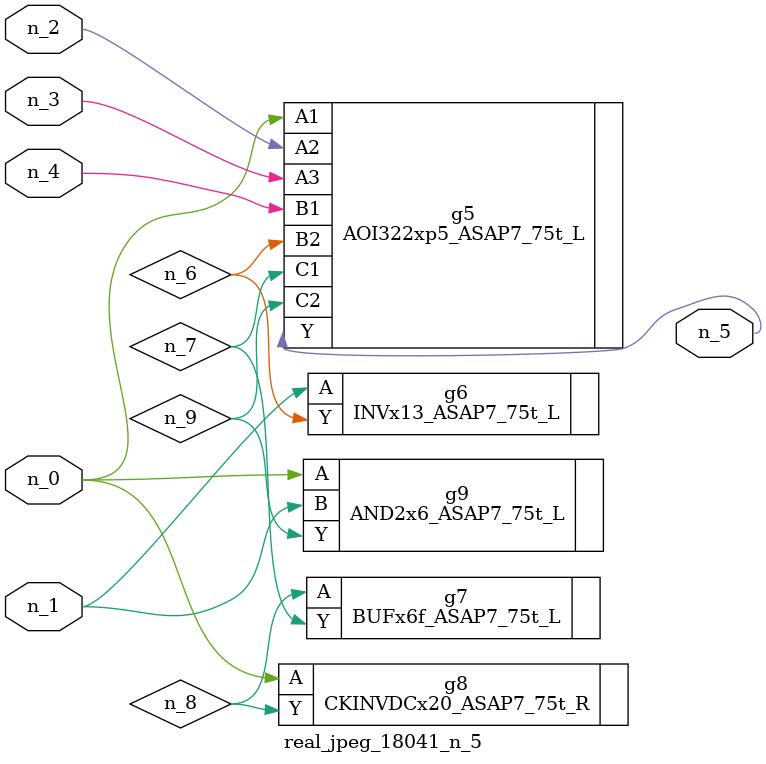
<source format=v>
module real_jpeg_18041_n_5 (n_4, n_0, n_1, n_2, n_3, n_5);

input n_4;
input n_0;
input n_1;
input n_2;
input n_3;

output n_5;

wire n_8;
wire n_6;
wire n_7;
wire n_9;

AOI322xp5_ASAP7_75t_L g5 ( 
.A1(n_0),
.A2(n_2),
.A3(n_3),
.B1(n_4),
.B2(n_6),
.C1(n_7),
.C2(n_9),
.Y(n_5)
);

CKINVDCx20_ASAP7_75t_R g8 ( 
.A(n_0),
.Y(n_8)
);

AND2x6_ASAP7_75t_L g9 ( 
.A(n_0),
.B(n_1),
.Y(n_9)
);

INVx13_ASAP7_75t_L g6 ( 
.A(n_1),
.Y(n_6)
);

BUFx6f_ASAP7_75t_L g7 ( 
.A(n_8),
.Y(n_7)
);


endmodule
</source>
